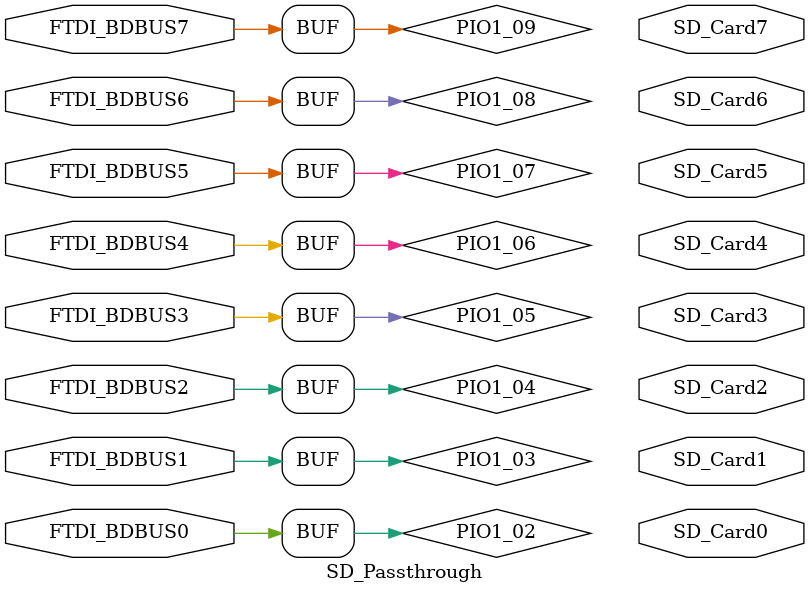
<source format=v>
module SD_Passthrough(
    input FTDI_BDBUS0, 
    input FTDI_BDBUS1, 
    input FTDI_BDBUS2, 
    input FTDI_BDBUS3, 
    input FTDI_BDBUS4, 
    input FTDI_BDBUS5, 
    input FTDI_BDBUS6, 
    input FTDI_BDBUS7, 
    output SD_Card0,
    output SD_Card1,
    output SD_Card2,
    output SD_Card3,
    output SD_Card4,
    output SD_Card5,
    output SD_Card6,
    output SD_Card7
);

    assign PIO1_02 = FTDI_BDBUS0;
    assign PIO1_03 = FTDI_BDBUS1;
    assign PIO1_04 = FTDI_BDBUS2;
    assign PIO1_05 = FTDI_BDBUS3;
    assign PIO1_06 = FTDI_BDBUS4;
    assign PIO1_07 = FTDI_BDBUS5;
    assign PIO1_08 = FTDI_BDBUS6;
    assign PIO1_09 = FTDI_BDBUS7;
endmodule
</source>
